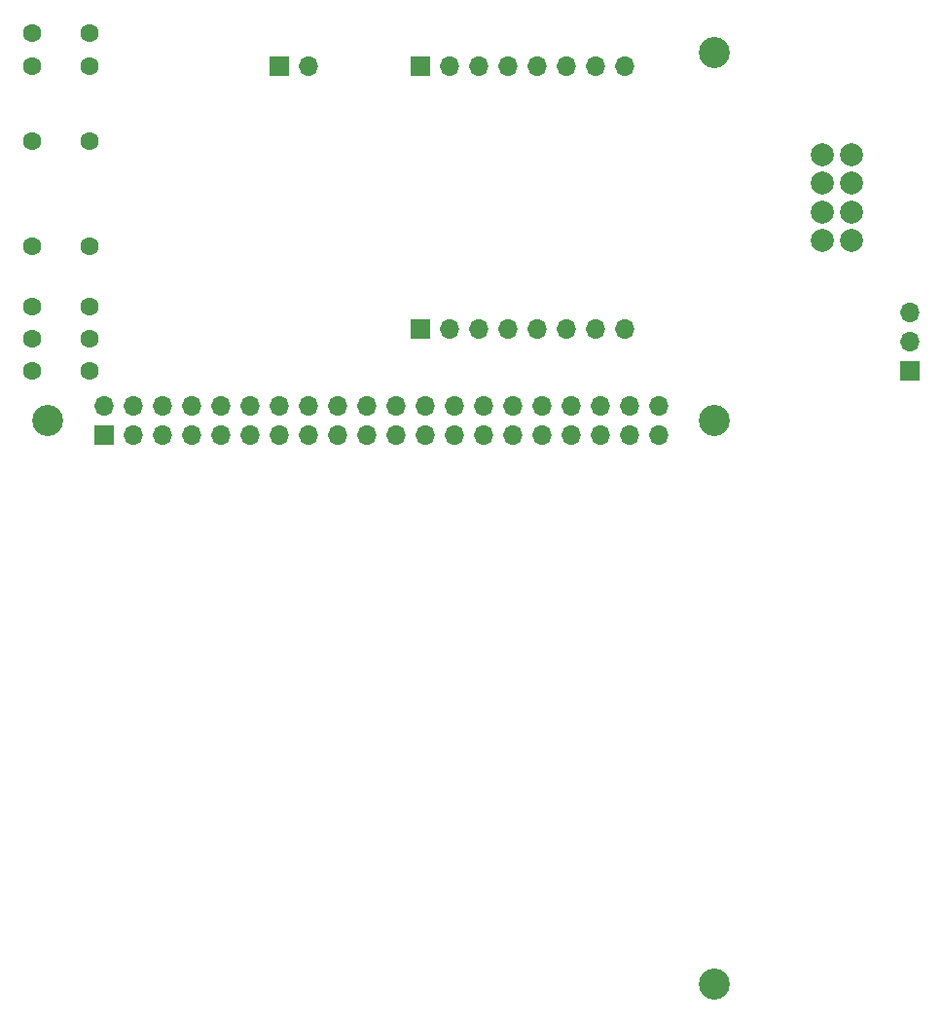
<source format=gts>
G04 #@! TF.GenerationSoftware,KiCad,Pcbnew,(5.99.0-12980-gcf6acae791)*
G04 #@! TF.CreationDate,2022-01-10T16:17:47+01:00*
G04 #@! TF.ProjectId,ARM_RPI4_HAT,41524d5f-5250-4493-945f-4841542e6b69,rev?*
G04 #@! TF.SameCoordinates,Original*
G04 #@! TF.FileFunction,Soldermask,Top*
G04 #@! TF.FilePolarity,Negative*
%FSLAX46Y46*%
G04 Gerber Fmt 4.6, Leading zero omitted, Abs format (unit mm)*
G04 Created by KiCad (PCBNEW (5.99.0-12980-gcf6acae791)) date 2022-01-10 16:17:47*
%MOMM*%
%LPD*%
G01*
G04 APERTURE LIST*
%ADD10C,2.000000*%
%ADD11C,1.600000*%
%ADD12C,2.700000*%
%ADD13R,1.700000X1.700000*%
%ADD14O,1.700000X1.700000*%
G04 APERTURE END LIST*
D10*
X273420000Y-81825000D03*
X273420000Y-79325000D03*
X273400000Y-76825000D03*
X273400000Y-74325000D03*
X270920000Y-81825000D03*
X270920000Y-79325000D03*
X270920000Y-76825000D03*
X270920000Y-74325000D03*
D11*
X202100000Y-90400000D03*
X207100000Y-90400000D03*
X202100000Y-66700000D03*
X207100000Y-66700000D03*
X202100000Y-87600000D03*
X207100000Y-87600000D03*
X202100000Y-93200000D03*
X207100000Y-93200000D03*
X202100000Y-63800000D03*
X207100000Y-63800000D03*
X202100000Y-82300000D03*
X207100000Y-82300000D03*
X202100000Y-73200000D03*
X207100000Y-73200000D03*
D12*
X203500000Y-97500000D03*
X261500000Y-97500000D03*
X261500000Y-146500000D03*
X261500000Y-65500000D03*
D13*
X208370000Y-98770000D03*
D14*
X208370000Y-96230000D03*
X210910000Y-98770000D03*
X210910000Y-96230000D03*
X213450000Y-98770000D03*
X213450000Y-96230000D03*
X215990000Y-98770000D03*
X215990000Y-96230000D03*
X218530000Y-98770000D03*
X218530000Y-96230000D03*
X221070000Y-98770000D03*
X221070000Y-96230000D03*
X223610000Y-98770000D03*
X223610000Y-96230000D03*
X226150000Y-98770000D03*
X226150000Y-96230000D03*
X228690000Y-98770000D03*
X228690000Y-96230000D03*
X231230000Y-98770000D03*
X231230000Y-96230000D03*
X233770000Y-98770000D03*
X233770000Y-96230000D03*
X236310000Y-98770000D03*
X236310000Y-96230000D03*
X238850000Y-98770000D03*
X238850000Y-96230000D03*
X241390000Y-98770000D03*
X241390000Y-96230000D03*
X243930000Y-98770000D03*
X243930000Y-96230000D03*
X246470000Y-98770000D03*
X246470000Y-96230000D03*
X249010000Y-98770000D03*
X249010000Y-96230000D03*
X251550000Y-98770000D03*
X251550000Y-96230000D03*
X254090000Y-98770000D03*
X254090000Y-96230000D03*
X256630000Y-98770000D03*
X256630000Y-96230000D03*
D13*
X278525000Y-93125000D03*
D14*
X278525000Y-90585000D03*
X278525000Y-88045000D03*
D13*
X235900000Y-66650000D03*
D14*
X238440000Y-66650000D03*
X240980000Y-66650000D03*
X243520000Y-66650000D03*
X246060000Y-66650000D03*
X248600000Y-66650000D03*
X251140000Y-66650000D03*
X253680000Y-66650000D03*
D13*
X223650000Y-66650000D03*
D14*
X226190000Y-66650000D03*
D13*
X235900000Y-89500000D03*
D14*
X238440000Y-89500000D03*
X240980000Y-89500000D03*
X243520000Y-89500000D03*
X246060000Y-89500000D03*
X248600000Y-89500000D03*
X251140000Y-89500000D03*
X253680000Y-89500000D03*
M02*

</source>
